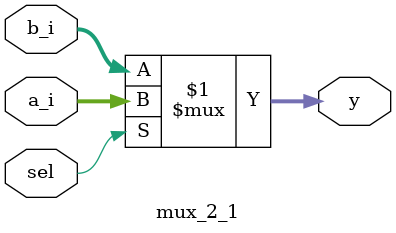
<source format=sv>

module mux_2_1 (
    input logic [7:0] a_i,
    input logic [7:0] b_i,
    input logic sel,
    output logic [7:0] y
);

//if sel==0 y=b_i & if sel==1 y=a_i

assign y = sel ? a_i : b_i;

/*always_comb begin
case (sel)
    1'b0    : y=b_i;
    1'b1    : y=a_i; 
    default : y=1'bx; 
endcase
end*/

endmodule
</source>
